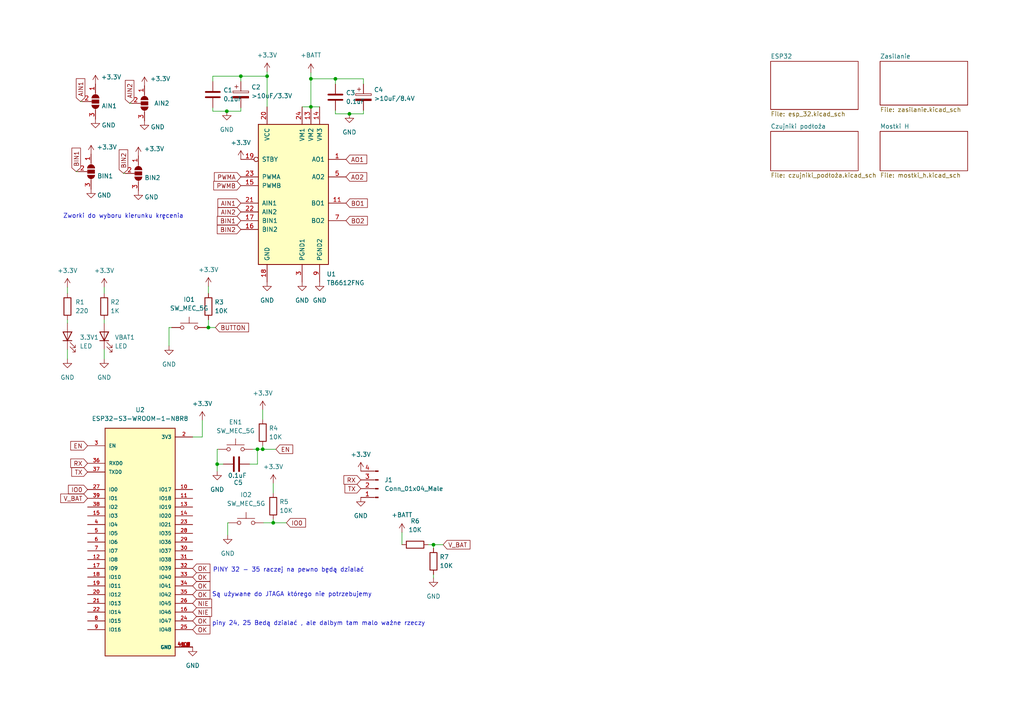
<source format=kicad_sch>
(kicad_sch (version 20230121) (generator eeschema)
  (paper "A4")
  (lib_symbols
    (symbol "Connector:Conn_01x04_Male" (pin_names (offset 1.016) hide)
      (property "Reference" "J" (at 0 5.08 0))
      (property "Value" "Conn_01x04_Male" (at 0 -7.62 0))
      (symbol "Conn_01x04_Male_1_1"
        (polyline (pts (xy 1.27 -5.08) (xy 0.8636 -5.08)) (stroke (width 0.1524)))
        (polyline (pts (xy 1.27 -2.54) (xy 0.8636 -2.54)) (stroke (width 0.1524)))
        (polyline (pts (xy 1.27 0) (xy 0.8636 0)) (stroke (width 0.1524)))
        (polyline (pts (xy 1.27 2.54) (xy 0.8636 2.54)) (stroke (width 0.1524)))
        (rectangle (start 0.8636 -4.953) (end 0 -5.207) (stroke (width 0.1524)) (fill (type outline)))
        (rectangle (start 0.8636 -2.413) (end 0 -2.667) (stroke (width 0.1524)) (fill (type outline)))
        (rectangle (start 0.8636 0.127) (end 0 -0.127) (stroke (width 0.1524)) (fill (type outline)))
        (rectangle (start 0.8636 2.667) (end 0 2.413) (stroke (width 0.1524)) (fill (type outline)))
        (pin passive line (at 5.08 2.54 180) (length 3.81) (name "Pin_1") (number "1"))
        (pin passive line (at 5.08 0 180) (length 3.81) (name "Pin_2") (number "2"))
        (pin passive line (at 5.08 -2.54 180) (length 3.81) (name "Pin_3") (number "3"))
        (pin passive line (at 5.08 -5.08 180) (length 3.81) (name "Pin_4") (number "4"))
      )
    )
    (symbol "Device:C" (pin_numbers hide) (pin_names (offset 0.254))
      (property "Reference" "C" (at 0.635 2.54 0))
      (property "Value" "C" (at 0.635 -2.54 0))
      (symbol "C_0_1"
        (polyline (pts (xy -2.032 -0.762) (xy 2.032 -0.762)) (stroke (width 0.508)))
        (polyline (pts (xy -2.032 0.762) (xy 2.032 0.762)) (stroke (width 0.508)))
      )
      (symbol "C_1_1"
        (pin passive line (at 0 3.81 270) (length 2.794) (name "~") (number "1"))
        (pin passive line (at 0 -3.81 90) (length 2.794) (name "~") (number "2"))
      )
    )
    (symbol "Device:C_Polarized" (pin_numbers hide) (pin_names (offset 0.254))
      (property "Reference" "C" (at 0.635 2.54 0))
      (property "Value" "C_Polarized" (at 0.635 -2.54 0))
      (symbol "C_Polarized_0_1"
        (rectangle (start -2.286 0.508) (end 2.286 1.016))
        (polyline (pts (xy -1.778 2.286) (xy -0.762 2.286)))
        (polyline (pts (xy -1.27 2.794) (xy -1.27 1.778)))
        (rectangle (start 2.286 -0.508) (end -2.286 -1.016) (fill (type outline)))
      )
      (symbol "C_Polarized_1_1"
        (pin passive line (at 0 3.81 270) (length 2.794) (name "~") (number "1"))
        (pin passive line (at 0 -3.81 90) (length 2.794) (name "~") (number "2"))
      )
    )
    (symbol "Device:LED" (pin_numbers hide) (pin_names (offset 1.016) hide)
      (property "Reference" "D" (at 0 2.54 0))
      (property "Value" "LED" (at 0 -2.54 0))
      (symbol "LED_0_1"
        (polyline (pts (xy -1.27 -1.27) (xy -1.27 1.27)) (stroke (width 0.254)))
        (polyline (pts (xy -1.27 0) (xy 1.27 0)))
        (polyline (pts (xy 1.27 -1.27) (xy 1.27 1.27) (xy -1.27 0) (xy 1.27 -1.27)) (stroke (width 0.254)))
        (polyline (pts (xy -3.048 -0.762) (xy -4.572 -2.286) (xy -3.81 -2.286) (xy -4.572 -2.286) (xy -4.572 -1.524)))
        (polyline (pts (xy -1.778 -0.762) (xy -3.302 -2.286) (xy -2.54 -2.286) (xy -3.302 -2.286) (xy -3.302 -1.524)))
      )
      (symbol "LED_1_1"
        (pin passive line (at -3.81 0 0) (length 2.54) (name "K") (number "1"))
        (pin passive line (at 3.81 0 180) (length 2.54) (name "A") (number "2"))
      )
    )
    (symbol "Device:R" (pin_numbers hide) (pin_names (offset 0))
      (property "Reference" "R" (at 2.032 0 90))
      (property "Value" "R" (at 0 0 90))
      (symbol "R_0_1"
        (rectangle (start -1.016 -2.54) (end 1.016 2.54) (stroke (width 0.254)))
      )
      (symbol "R_1_1"
        (pin passive line (at 0 3.81 270) (length 1.27) (name "~") (number "1"))
        (pin passive line (at 0 -3.81 90) (length 1.27) (name "~") (number "2"))
      )
    )
    (symbol "Driver_Motor:TB6612FNG" (pin_names (offset 1.016))
      (property "Reference" "U" (at 11.43 17.78 0))
      (property "Value" "TB6612FNG" (at 11.43 15.24 0))
      (symbol "TB6612FNG_0_1"
        (rectangle (start -10.16 20.32) (end 10.16 -20.32) (stroke (width 0.254)) (fill (type background)))
      )
      (symbol "TB6612FNG_1_1"
        (pin output line (at 15.24 10.16 180) (length 5.08) (name "AO1") (number "1"))
        (pin passive line (at 7.62 -25.4 90) (length 5.08) hide (name "PGND2") (number "10"))
        (pin output line (at 15.24 -2.54 180) (length 5.08) (name "BO1") (number "11"))
        (pin passive line (at 15.24 -2.54 180) (length 5.08) hide (name "BO1") (number "12"))
        (pin power_in line (at 5.08 25.4 270) (length 5.08) (name "VM2") (number "13"))
        (pin power_in line (at 7.62 25.4 270) (length 5.08) (name "VM3") (number "14"))
        (pin input line (at -15.24 2.54 0) (length 5.08) (name "PWMB") (number "15"))
        (pin input line (at -15.24 -10.16 0) (length 5.08) (name "BIN2") (number "16"))
        (pin input line (at -15.24 -7.62 0) (length 5.08) (name "BIN1") (number "17"))
        (pin power_in line (at -7.62 -25.4 90) (length 5.08) (name "GND") (number "18"))
        (pin input inverted (at -15.24 10.16 0) (length 5.08) (name "STBY") (number "19"))
        (pin passive line (at 15.24 10.16 180) (length 5.08) hide (name "AO1") (number "2"))
        (pin power_in line (at -7.62 25.4 270) (length 5.08) (name "VCC") (number "20"))
        (pin input line (at -15.24 -2.54 0) (length 5.08) (name "AIN1") (number "21"))
        (pin input line (at -15.24 -5.08 0) (length 5.08) (name "AIN2") (number "22"))
        (pin input line (at -15.24 5.08 0) (length 5.08) (name "PWMA") (number "23"))
        (pin power_in line (at 2.54 25.4 270) (length 5.08) (name "VM1") (number "24"))
        (pin power_in line (at 2.54 -25.4 90) (length 5.08) (name "PGND1") (number "3"))
        (pin passive line (at 2.54 -25.4 90) (length 5.08) hide (name "PGND1") (number "4"))
        (pin output line (at 15.24 5.08 180) (length 5.08) (name "AO2") (number "5"))
        (pin passive line (at 15.24 5.08 180) (length 5.08) hide (name "AO2") (number "6"))
        (pin output line (at 15.24 -7.62 180) (length 5.08) (name "BO2") (number "7"))
        (pin passive line (at 15.24 -7.62 180) (length 5.08) hide (name "BO2") (number "8"))
        (pin power_in line (at 7.62 -25.4 90) (length 5.08) (name "PGND2") (number "9"))
      )
    )
    (symbol "ESP32-S3-WROOM-1-N8R8:ESP32-S3-WROOM-1-N8R8" (pin_names (offset 1.016))
      (property "Reference" "U" (at -10.16 34.1122 0))
      (property "Value" "ESP32-S3-WROOM-1-N8R8" (at -10.16 -35.56 0))
      (symbol "ESP32-S3-WROOM-1-N8R8_0_0"
        (rectangle (start -10.16 -33.02) (end 10.16 33.02) (stroke (width 0.254)) (fill (type background)))
        (pin power_in line (at 15.24 -30.48 180) (length 5.08) (name "GND") (number "1"))
        (pin bidirectional line (at 15.24 15.24 180) (length 5.08) (name "IO17") (number "10"))
        (pin bidirectional line (at 15.24 12.7 180) (length 5.08) (name "IO18") (number "11"))
        (pin bidirectional line (at -15.24 -5.08 0) (length 5.08) (name "IO8") (number "12"))
        (pin bidirectional line (at 15.24 10.16 180) (length 5.08) (name "IO19") (number "13"))
        (pin bidirectional line (at 15.24 7.62 180) (length 5.08) (name "IO20") (number "14"))
        (pin bidirectional line (at -15.24 7.62 0) (length 5.08) (name "IO3") (number "15"))
        (pin bidirectional line (at 15.24 -20.32 180) (length 5.08) (name "IO46") (number "16"))
        (pin bidirectional line (at -15.24 -7.62 0) (length 5.08) (name "IO9") (number "17"))
        (pin bidirectional line (at -15.24 -10.16 0) (length 5.08) (name "IO10") (number "18"))
        (pin bidirectional line (at -15.24 -12.7 0) (length 5.08) (name "IO11") (number "19"))
        (pin power_in line (at 15.24 30.48 180) (length 5.08) (name "3V3") (number "2"))
        (pin bidirectional line (at -15.24 -15.24 0) (length 5.08) (name "IO12") (number "20"))
        (pin bidirectional line (at -15.24 -17.78 0) (length 5.08) (name "IO13") (number "21"))
        (pin bidirectional line (at -15.24 -20.32 0) (length 5.08) (name "IO14") (number "22"))
        (pin bidirectional line (at 15.24 5.08 180) (length 5.08) (name "IO21") (number "23"))
        (pin bidirectional line (at 15.24 -22.86 180) (length 5.08) (name "IO47") (number "24"))
        (pin bidirectional line (at 15.24 -25.4 180) (length 5.08) (name "IO48") (number "25"))
        (pin bidirectional line (at 15.24 -17.78 180) (length 5.08) (name "IO45") (number "26"))
        (pin bidirectional line (at -15.24 15.24 0) (length 5.08) (name "IO0") (number "27"))
        (pin bidirectional line (at 15.24 2.54 180) (length 5.08) (name "IO35") (number "28"))
        (pin bidirectional line (at 15.24 0 180) (length 5.08) (name "IO36") (number "29"))
        (pin input line (at -15.24 27.94 0) (length 5.08) (name "EN") (number "3"))
        (pin bidirectional line (at 15.24 -2.54 180) (length 5.08) (name "IO37") (number "30"))
        (pin bidirectional line (at 15.24 -5.08 180) (length 5.08) (name "IO38") (number "31"))
        (pin bidirectional line (at 15.24 -7.62 180) (length 5.08) (name "IO39") (number "32"))
        (pin bidirectional line (at 15.24 -10.16 180) (length 5.08) (name "IO40") (number "33"))
        (pin bidirectional line (at 15.24 -12.7 180) (length 5.08) (name "IO41") (number "34"))
        (pin bidirectional line (at 15.24 -15.24 180) (length 5.08) (name "IO42") (number "35"))
        (pin bidirectional line (at -15.24 22.86 0) (length 5.08) (name "RXD0") (number "36"))
        (pin bidirectional line (at -15.24 20.32 0) (length 5.08) (name "TXD0") (number "37"))
        (pin bidirectional line (at -15.24 10.16 0) (length 5.08) (name "IO2") (number "38"))
        (pin bidirectional line (at -15.24 12.7 0) (length 5.08) (name "IO1") (number "39"))
        (pin bidirectional line (at -15.24 5.08 0) (length 5.08) (name "IO4") (number "4"))
        (pin power_in line (at 15.24 -30.48 180) (length 5.08) (name "GND") (number "40"))
        (pin power_in line (at 15.24 -30.48 180) (length 5.08) (name "GND") (number "41_1"))
        (pin power_in line (at 15.24 -30.48 180) (length 5.08) (name "GND") (number "41_2"))
        (pin power_in line (at 15.24 -30.48 180) (length 5.08) (name "GND") (number "41_3"))
        (pin power_in line (at 15.24 -30.48 180) (length 5.08) (name "GND") (number "41_4"))
        (pin power_in line (at 15.24 -30.48 180) (length 5.08) (name "GND") (number "41_5"))
        (pin power_in line (at 15.24 -30.48 180) (length 5.08) (name "GND") (number "41_6"))
        (pin power_in line (at 15.24 -30.48 180) (length 5.08) (name "GND") (number "41_7"))
        (pin power_in line (at 15.24 -30.48 180) (length 5.08) (name "GND") (number "41_8"))
        (pin power_in line (at 15.24 -30.48 180) (length 5.08) (name "GND") (number "41_9"))
        (pin bidirectional line (at -15.24 2.54 0) (length 5.08) (name "IO5") (number "5"))
        (pin bidirectional line (at -15.24 0 0) (length 5.08) (name "IO6") (number "6"))
        (pin bidirectional line (at -15.24 -2.54 0) (length 5.08) (name "IO7") (number "7"))
        (pin bidirectional line (at -15.24 -22.86 0) (length 5.08) (name "IO15") (number "8"))
        (pin bidirectional line (at -15.24 -25.4 0) (length 5.08) (name "IO16") (number "9"))
      )
    )
    (symbol "Jumper:SolderJumper_3_Open" (pin_names (offset 0) hide)
      (property "Reference" "JP" (at -2.54 -2.54 0))
      (property "Value" "SolderJumper_3_Open" (at 0 2.794 0))
      (symbol "SolderJumper_3_Open_0_1"
        (arc (start -1.016 1.016) (mid -2.0276 0) (end -1.016 -1.016))
        (arc (start -1.016 1.016) (mid -2.0276 0) (end -1.016 -1.016) (fill (type outline)))
        (rectangle (start -0.508 1.016) (end 0.508 -1.016) (fill (type outline)))
        (polyline (pts (xy -2.54 0) (xy -2.032 0)))
        (polyline (pts (xy -1.016 1.016) (xy -1.016 -1.016)))
        (polyline (pts (xy 0 -1.27) (xy 0 -1.016)))
        (polyline (pts (xy 1.016 1.016) (xy 1.016 -1.016)))
        (polyline (pts (xy 2.54 0) (xy 2.032 0)))
        (arc (start 1.016 -1.016) (mid 2.0276 0) (end 1.016 1.016))
        (arc (start 1.016 -1.016) (mid 2.0276 0) (end 1.016 1.016) (fill (type outline)))
      )
      (symbol "SolderJumper_3_Open_1_1"
        (pin passive line (at -5.08 0 0) (length 2.54) (name "A") (number "1"))
        (pin passive line (at 0 -3.81 90) (length 2.54) (name "C") (number "2"))
        (pin passive line (at 5.08 0 180) (length 2.54) (name "B") (number "3"))
      )
    )
    (symbol "Switch:SW_MEC_5G" (pin_numbers hide) (pin_names (offset 1.016) hide)
      (property "Reference" "SW" (at 1.27 2.54 0))
      (property "Value" "SW_MEC_5G" (at 0 -1.524 0))
      (symbol "SW_MEC_5G_0_1"
        (circle (center -2.032 0) (radius 0.508))
        (polyline (pts (xy 0 1.27) (xy 0 3.048)))
        (polyline (pts (xy 2.54 1.27) (xy -2.54 1.27)))
        (circle (center 2.032 0) (radius 0.508))
        (pin passive line (at -5.08 0 0) (length 2.54) (name "A") (number "1"))
        (pin passive line (at 5.08 0 180) (length 2.54) (name "B") (number "3"))
      )
      (symbol "SW_MEC_5G_1_1"
        (pin passive line (at -5.08 0 0) (length 2.54) hide (name "A") (number "2"))
        (pin passive line (at 5.08 0 180) (length 2.54) hide (name "B") (number "4"))
      )
    )
    (symbol "power:+3.3V" (power) (pin_names (offset 0))
      (property "Value" "+3.3V" (at 0 3.556 0))
      (symbol "+3.3V_0_1"
        (polyline (pts (xy -0.762 1.27) (xy 0 2.54)))
        (polyline (pts (xy 0 0) (xy 0 2.54)))
        (polyline (pts (xy 0 2.54) (xy 0.762 1.27)))
      )
      (symbol "+3.3V_1_1"
        (pin power_in line (at 0 0 90) (length 0) hide (name "+3.3V") (number "1"))
      )
    )
    (symbol "power:+BATT" (power) (pin_names (offset 0))
      (property "Value" "+BATT" (at 0 3.556 0))
      (symbol "+BATT_0_1"
        (polyline (pts (xy -0.762 1.27) (xy 0 2.54)))
        (polyline (pts (xy 0 0) (xy 0 2.54)))
        (polyline (pts (xy 0 2.54) (xy 0.762 1.27)))
      )
      (symbol "+BATT_1_1"
        (pin power_in line (at 0 0 90) (length 0) hide (name "+BATT") (number "1"))
      )
    )
    (symbol "power:GND" (power) (pin_names (offset 0))
      (property "Value" "GND" (at 0 -3.81 0))
      (symbol "GND_0_1"
        (polyline (pts (xy 0 0) (xy 0 -1.27) (xy 1.27 -1.27) (xy 0 -2.54) (xy -1.27 -1.27) (xy 0 -1.27)))
      )
      (symbol "GND_1_1"
        (pin power_in line (at 0 0 270) (length 0) hide (name "GND") (number "1"))
      )
    )
  )
  (junction (at 74.676 130.302))
  (junction (at 69.85 22.098))
  (junction (at 62.992 134.62))
  (junction (at 79.248 151.638))
  (junction (at 90.17 22.86))
  (junction (at 125.73 157.988))
  (junction (at 101.346 33.02))
  (junction (at 76.2 130.302))
  (junction (at 65.786 32.258))
  (junction (at 90.17 30.988))
  (junction (at 97.282 22.86))
  (junction (at 77.47 22.098))
  (junction (at 60.452 94.996))
  (wire (pts (xy 69.85 32.258) (xy 65.786 32.258)))
  (wire (pts (xy 90.17 22.86) (xy 97.282 22.86)))
  (wire (pts (xy 61.722 22.098) (xy 61.722 23.622)))
  (wire (pts (xy 90.17 22.86) (xy 90.17 30.988)))
  (wire (pts (xy 62.992 136.652) (xy 62.992 134.62)))
  (wire (pts (xy 125.73 167.64) (xy 125.73 166.624)))
  (wire (pts (xy 76.2 121.666) (xy 76.2 118.872)))
  (wire (pts (xy 61.722 22.098) (xy 69.85 22.098)))
  (wire (pts (xy 30.226 83.312) (xy 30.226 85.09)))
  (wire (pts (xy 19.558 83.312) (xy 19.558 85.09)))
  (wire (pts (xy 90.17 21.082) (xy 90.17 22.86)))
  (wire (pts (xy 60.452 94.996) (xy 60.452 92.71)))
  (wire (pts (xy 55.88 126.746) (xy 58.674 126.746)))
  (wire (pts (xy 69.85 23.622) (xy 69.85 22.098)))
  (wire (pts (xy 76.2 130.302) (xy 76.2 129.286)))
  (wire (pts (xy 105.41 22.86) (xy 97.282 22.86)))
  (wire (pts (xy 74.676 130.302) (xy 76.2 130.302)))
  (wire (pts (xy 124.206 157.988) (xy 125.73 157.988)))
  (wire (pts (xy 58.674 126.746) (xy 58.674 121.92)))
  (wire (pts (xy 62.992 130.302) (xy 63.246 130.302)))
  (wire (pts (xy 37.592 29.972) (xy 38.1 29.972)))
  (wire (pts (xy 30.226 101.346) (xy 30.226 104.14)))
  (wire (pts (xy 66.04 151.638) (xy 66.294 151.638)))
  (wire (pts (xy 105.41 32.004) (xy 105.41 33.02)))
  (wire (pts (xy 97.282 32.004) (xy 97.282 33.02)))
  (wire (pts (xy 49.022 94.996) (xy 49.784 94.996)))
  (wire (pts (xy 59.944 94.996) (xy 60.452 94.996)))
  (wire (pts (xy 72.39 134.62) (xy 74.676 134.62)))
  (wire (pts (xy 77.47 20.828) (xy 77.47 22.098)))
  (wire (pts (xy 69.85 22.098) (xy 77.47 22.098)))
  (wire (pts (xy 76.2 130.302) (xy 80.01 130.302)))
  (wire (pts (xy 105.41 33.02) (xy 101.346 33.02)))
  (wire (pts (xy 19.558 92.71) (xy 19.558 93.726)))
  (wire (pts (xy 105.41 24.384) (xy 105.41 22.86)))
  (wire (pts (xy 30.226 92.71) (xy 30.226 93.726)))
  (wire (pts (xy 79.248 151.638) (xy 79.248 150.622)))
  (wire (pts (xy 66.04 155.194) (xy 66.04 151.638)))
  (wire (pts (xy 125.73 157.988) (xy 128.524 157.988)))
  (wire (pts (xy 61.722 31.242) (xy 61.722 32.258)))
  (wire (pts (xy 74.676 134.62) (xy 74.676 130.302)))
  (wire (pts (xy 79.248 151.638) (xy 83.058 151.638)))
  (wire (pts (xy 97.282 33.02) (xy 101.346 33.02)))
  (wire (pts (xy 62.992 134.62) (xy 62.992 130.302)))
  (wire (pts (xy 22.098 49.784) (xy 22.606 49.784)))
  (wire (pts (xy 35.814 50.292) (xy 36.322 50.292)))
  (wire (pts (xy 97.282 22.86) (xy 97.282 24.384)))
  (wire (pts (xy 87.63 30.988) (xy 90.17 30.988)))
  (wire (pts (xy 61.722 32.258) (xy 65.786 32.258)))
  (wire (pts (xy 23.368 29.464) (xy 23.876 29.464)))
  (wire (pts (xy 49.022 100.33) (xy 49.022 94.996)))
  (wire (pts (xy 62.992 134.62) (xy 64.77 134.62)))
  (wire (pts (xy 125.73 157.988) (xy 125.73 159.004)))
  (wire (pts (xy 60.452 94.996) (xy 62.484 94.996)))
  (wire (pts (xy 116.586 154.432) (xy 116.586 157.988)))
  (wire (pts (xy 69.85 31.242) (xy 69.85 32.258)))
  (wire (pts (xy 90.17 30.988) (xy 92.71 30.988)))
  (wire (pts (xy 60.452 83.058) (xy 60.452 85.09)))
  (wire (pts (xy 76.454 151.638) (xy 79.248 151.638)))
  (wire (pts (xy 19.558 101.346) (xy 19.558 104.14)))
  (wire (pts (xy 77.47 22.098) (xy 77.47 30.988)))
  (wire (pts (xy 79.248 143.002) (xy 79.248 140.208)))
  (wire (pts (xy 73.406 130.302) (xy 74.676 130.302)))
  (text "PINY 32 - 35 raczej na pewno będą dzialać" (at 61.722 166.116 0) (effects (font (size 1.27 1.27)) (justify left bottom)))
  (text "Są używane do JTAGA którego nie potrzebujemy" (at 61.468 173.228 0) (effects (font (size 1.27 1.27)) (justify left bottom)))
  (text "Zworki do wyboru kierunku kręcenia" (at 18.288 63.5 0) (effects (font (size 1.27 1.27)) (justify left bottom)))
  (text "piny 24, 25 Bedą dzialać , ale dalbym tam malo ważne rzeczy" (at 61.468 181.61 0) (effects (font (size 1.27 1.27)) (justify left bottom)))
  (global_label "NIE" (shape input) (at 55.88 177.546 0) (property "Intersheetrefs" "${INTERSHEET_REFS}" (effects hide)))
  (global_label "AO2" (shape input) (at 100.33 51.308 0) (property "Intersheetrefs" "${INTERSHEET_REFS}" (effects hide)))
  (global_label "TX" (shape input) (at 25.4 136.906 180) (property "Intersheetrefs" "${INTERSHEET_REFS}" (effects hide)))
  (global_label "RX" (shape input) (at 104.648 139.192 180) (property "Intersheetrefs" "${INTERSHEET_REFS}" (effects hide)))
  (global_label "OK" (shape input) (at 55.88 172.466 0) (property "Intersheetrefs" "${INTERSHEET_REFS}" (effects hide)))
  (global_label "OK" (shape input) (at 55.88 167.386 0) (property "Intersheetrefs" "${INTERSHEET_REFS}" (effects hide)))
  (global_label "PWMB" (shape input) (at 69.85 53.848 180) (property "Intersheetrefs" "${INTERSHEET_REFS}" (effects hide)))
  (global_label "BO1" (shape input) (at 100.33 58.928 0) (property "Intersheetrefs" "${INTERSHEET_REFS}" (effects hide)))
  (global_label "AIN2" (shape input) (at 69.85 61.468 180) (property "Intersheetrefs" "${INTERSHEET_REFS}" (effects hide)))
  (global_label "V_BAT" (shape input) (at 25.4 144.526 180) (property "Intersheetrefs" "${INTERSHEET_REFS}" (effects hide)))
  (global_label "BIN1" (shape input) (at 69.85 64.008 180) (property "Intersheetrefs" "${INTERSHEET_REFS}" (effects hide)))
  (global_label "OK" (shape input) (at 55.88 169.926 0) (property "Intersheetrefs" "${INTERSHEET_REFS}" (effects hide)))
  (global_label "IO0" (shape input) (at 83.058 151.638 0) (property "Intersheetrefs" "${INTERSHEET_REFS}" (effects hide)))
  (global_label "EN" (shape input) (at 25.4 129.286 180) (property "Intersheetrefs" "${INTERSHEET_REFS}" (effects hide)))
  (global_label "OK" (shape input) (at 55.88 164.846 0) (property "Intersheetrefs" "${INTERSHEET_REFS}" (effects hide)))
  (global_label "EN" (shape input) (at 80.01 130.302 0) (property "Intersheetrefs" "${INTERSHEET_REFS}" (effects hide)))
  (global_label "AO1" (shape input) (at 100.33 46.228 0) (property "Intersheetrefs" "${INTERSHEET_REFS}" (effects hide)))
  (global_label "BIN2" (shape input) (at 35.814 50.292 90) (property "Intersheetrefs" "${INTERSHEET_REFS}" (effects hide)))
  (global_label "IO0" (shape input) (at 25.4 141.986 180) (property "Intersheetrefs" "${INTERSHEET_REFS}" (effects hide)))
  (global_label "BIN1" (shape input) (at 22.098 49.784 90) (property "Intersheetrefs" "${INTERSHEET_REFS}" (effects hide)))
  (global_label "BO2" (shape input) (at 100.33 64.008 0) (property "Intersheetrefs" "${INTERSHEET_REFS}" (effects hide)))
  (global_label "BUTTON" (shape input) (at 62.484 94.996 0) (property "Intersheetrefs" "${INTERSHEET_REFS}" (effects hide)))
  (global_label "AIN1" (shape input) (at 69.85 58.928 180) (property "Intersheetrefs" "${INTERSHEET_REFS}" (effects hide)))
  (global_label "TX" (shape input) (at 104.648 141.732 180) (property "Intersheetrefs" "${INTERSHEET_REFS}" (effects hide)))
  (global_label "PWMA" (shape input) (at 69.85 51.308 180) (property "Intersheetrefs" "${INTERSHEET_REFS}" (effects hide)))
  (global_label "NIE" (shape input) (at 55.88 175.006 0) (property "Intersheetrefs" "${INTERSHEET_REFS}" (effects hide)))
  (global_label "OK" (shape input) (at 55.88 180.086 0) (property "Intersheetrefs" "${INTERSHEET_REFS}" (effects hide)))
  (global_label "BIN2" (shape input) (at 69.85 66.548 180) (property "Intersheetrefs" "${INTERSHEET_REFS}" (effects hide)))
  (global_label "RX" (shape input) (at 25.4 134.366 180) (property "Intersheetrefs" "${INTERSHEET_REFS}" (effects hide)))
  (global_label "V_BAT" (shape input) (at 128.524 157.988 0) (property "Intersheetrefs" "${INTERSHEET_REFS}" (effects hide)))
  (global_label "AIN1" (shape input) (at 23.368 29.464 90) (property "Intersheetrefs" "${INTERSHEET_REFS}" (effects hide)))
  (global_label "AIN2" (shape input) (at 37.592 29.972 90) (property "Intersheetrefs" "${INTERSHEET_REFS}" (effects hide)))
  (global_label "OK" (shape input) (at 55.88 182.626 0) (property "Intersheetrefs" "${INTERSHEET_REFS}" (effects hide)))
  (symbol (lib_id "power:GND") (at 26.416 54.864 0) (unit 1)
    (property "Reference" "#PWR012" (effects hide))
    (property "Value" "GND" (at 30.226 56.642 0))
  )
  (symbol (lib_id "power:GND") (at 62.992 136.652 0) (unit 1)
    (property "Reference" "#PWR025" (effects hide))
    (property "Value" "GND" (at 62.992 141.986 0))
  )
  (symbol (lib_id "Device:R") (at 125.73 162.814 0) (unit 1)
    (property "Reference" "R7" (at 127.508 161.5439 0) (effects (justify left)))
    (property "Value" "10K" (at 127.508 164.0839 0) (effects (justify left)))
    (property "Footprint" "Resistor_SMD:R_0603_1608Metric" (effects hide))
  )
  (symbol (lib_id "power:+BATT") (at 90.17 21.082 0) (unit 1)
    (property "Reference" "#PWR02" (effects hide))
    (property "Value" "+BATT" (at 90.17 16.002 0))
  )
  (symbol (lib_id "Device:R") (at 79.248 146.812 0) (unit 1)
    (property "Reference" "R5" (at 81.026 145.5419 0) (effects (justify left)))
    (property "Value" "10K" (at 81.026 148.0819 0) (effects (justify left)))
    (property "Footprint" "Resistor_SMD:R_0603_1608Metric" (effects hide))
  )
  (symbol (lib_id "power:GND") (at 87.63 81.788 0) (unit 1)
    (property "Reference" "#PWR015" (effects hide))
    (property "Value" "GND" (at 87.63 87.122 0))
  )
  (symbol (lib_id "Switch:SW_MEC_5G") (at 68.326 130.302 0) (unit 1)
    (property "Reference" "EN1" (at 68.326 122.428 0))
    (property "Value" "SW_MEC_5G" (at 68.326 124.968 0))
    (property "Datasheet" "http://www.apem.com/int/index.php?controller=attachment&id_attachment=488" (effects hide))
  )
  (symbol (lib_id "Device:R") (at 76.2 125.476 0) (unit 1)
    (property "Reference" "R4" (at 77.978 124.2059 0) (effects (justify left)))
    (property "Value" "10K" (at 77.978 126.7459 0) (effects (justify left)))
    (property "Footprint" "Resistor_SMD:R_0603_1608Metric" (effects hide))
  )
  (symbol (lib_id "Device:R") (at 60.452 88.9 0) (unit 1)
    (property "Reference" "R3" (at 62.23 87.6299 0) (effects (justify left)))
    (property "Value" "10K" (at 62.23 90.1699 0) (effects (justify left)))
    (property "Footprint" "Resistor_SMD:R_0603_1608Metric" (effects hide))
  )
  (symbol (lib_id "power:+3.3V") (at 77.47 20.828 0) (unit 1)
    (property "Reference" "#PWR01" (effects hide))
    (property "Value" "+3.3V" (at 77.47 16.002 0))
  )
  (symbol (lib_id "power:GND") (at 125.73 167.64 0) (unit 1)
    (property "Reference" "#PWR031" (effects hide))
    (property "Value" "GND" (at 125.73 172.974 0))
  )
  (symbol (lib_id "Jumper:SolderJumper_3_Open") (at 26.416 49.784 270) (unit 1)
    (property "Reference" "BIN1" (at 28.194 51.0541 90) (effects (justify left)))
    (property "Value" "SolderJumper_3_Open" (effects hide))
    (property "Footprint" "Jumper:SolderJumper-3_P1.3mm_Open_RoundedPad1.0x1.5mm" (effects hide))
  )
  (symbol (lib_id "power:GND") (at 30.226 104.14 0) (unit 1)
    (property "Reference" "#PWR022" (effects hide))
    (property "Value" "GND" (at 30.226 109.474 0))
  )
  (symbol (lib_id "power:+3.3V") (at 79.248 140.208 0) (unit 1)
    (property "Reference" "#PWR027" (effects hide))
    (property "Value" "+3.3V" (at 79.248 135.382 0))
  )
  (symbol (lib_id "Device:LED") (at 19.558 97.536 90) (unit 1)
    (property "Reference" "3.3V1" (at 23.114 97.8534 90) (effects (justify right)))
    (property "Value" "LED" (at 23.114 100.3934 90) (effects (justify right)))
    (property "Footprint" "LED_SMD:LED_0603_1608Metric" (effects hide))
  )
  (symbol (lib_id "Device:C") (at 68.58 134.62 90) (unit 1)
    (property "Reference" "C5" (at 69.088 139.954 90))
    (property "Value" "0.1uF" (at 68.834 137.922 90))
    (property "Footprint" "Capacitor_SMD:C_0603_1608Metric" (effects hide))
  )
  (symbol (lib_id "power:+3.3V") (at 58.674 121.92 0) (unit 1)
    (property "Reference" "#PWR024" (effects hide))
    (property "Value" "+3.3V" (at 58.674 117.094 0))
  )
  (symbol (lib_id "power:GND") (at 77.47 81.788 0) (unit 1)
    (property "Reference" "#PWR014" (effects hide))
    (property "Value" "GND" (at 77.47 87.122 0))
  )
  (symbol (lib_id "Device:R") (at 30.226 88.9 0) (unit 1)
    (property "Reference" "R2" (at 32.004 87.6299 0) (effects (justify left)))
    (property "Value" "1K" (at 32.004 90.1699 0) (effects (justify left)))
    (property "Footprint" "Resistor_SMD:R_0603_1608Metric" (effects hide))
  )
  (symbol (lib_id "Switch:SW_MEC_5G") (at 71.374 151.638 0) (unit 1)
    (property "Reference" "IO2" (at 71.374 143.51 0))
    (property "Value" "SW_MEC_5G" (at 71.374 146.05 0))
    (property "Datasheet" "http://www.apem.com/int/index.php?controller=attachment&id_attachment=488" (effects hide))
  )
  (symbol (lib_id "Jumper:SolderJumper_3_Open") (at 27.686 29.464 270) (unit 1)
    (property "Reference" "AIN1" (at 29.464 30.7341 90) (effects (justify left)))
    (property "Value" "SolderJumper_3_Open" (effects hide))
    (property "Footprint" "Jumper:SolderJumper-3_P1.3mm_Open_RoundedPad1.0x1.5mm" (effects hide))
  )
  (symbol (lib_id "power:GND") (at 55.88 187.706 0) (unit 1)
    (property "Reference" "#PWR032" (effects hide))
    (property "Value" "GND" (at 55.88 193.04 0))
  )
  (symbol (lib_id "power:+3.3V") (at 76.2 118.872 0) (unit 1)
    (property "Reference" "#PWR023" (effects hide))
    (property "Value" "+3.3V" (at 76.2 114.046 0))
  )
  (symbol (lib_id "power:+3.3V") (at 26.416 44.704 0) (unit 1)
    (property "Reference" "#PWR09" (effects hide))
    (property "Value" "+3.3V" (at 30.988 42.672 0))
  )
  (symbol (lib_id "power:+3.3V") (at 104.648 136.652 0) (unit 1)
    (property "Reference" "#PWR026" (effects hide))
    (property "Value" "+3.3V" (at 104.648 131.826 0))
  )
  (symbol (lib_id "power:GND") (at 27.686 34.544 0) (unit 1)
    (property "Reference" "#PWR07" (effects hide))
    (property "Value" "GND" (at 31.496 36.322 0))
  )
  (symbol (lib_id "Device:R") (at 19.558 88.9 0) (unit 1)
    (property "Reference" "R1" (at 21.844 87.6299 0) (effects (justify left)))
    (property "Value" "220" (at 21.844 90.1699 0) (effects (justify left)))
    (property "Footprint" "Resistor_SMD:R_0603_1608Metric" (effects hide))
  )
  (symbol (lib_id "power:+3.3V") (at 69.85 46.228 0) (unit 1)
    (property "Reference" "#PWR011" (effects hide))
    (property "Value" "+3.3V" (at 69.85 41.402 0))
  )
  (symbol (lib_id "Device:C_Polarized") (at 105.41 28.194 0) (unit 1)
    (property "Reference" "C4" (at 108.458 26.0349 0) (effects (justify left)))
    (property "Value" ">10uF/8.4V" (at 108.458 28.5749 0) (effects (justify left)))
    (property "Footprint" "Capacitor_Tantalum_SMD:CP_EIA-3528-21_Kemet-B" (effects hide))
  )
  (symbol (lib_id "Jumper:SolderJumper_3_Open") (at 40.132 50.292 270) (unit 1)
    (property "Reference" "BIN2" (at 41.91 51.5621 90) (effects (justify left)))
    (property "Value" "SolderJumper_3_Open" (effects hide))
    (property "Footprint" "Jumper:SolderJumper-3_P1.3mm_Open_RoundedPad1.0x1.5mm" (effects hide))
  )
  (symbol (lib_id "power:GND") (at 65.786 32.258 0) (unit 1)
    (property "Reference" "#PWR05" (effects hide))
    (property "Value" "GND" (at 65.786 37.592 0))
  )
  (symbol (lib_id "Driver_Motor:TB6612FNG") (at 85.09 56.388 0) (unit 1)
    (property "Reference" "U1" (at 94.7294 79.502 0) (effects (justify left)))
    (property "Value" "TB6612FNG" (at 94.7294 82.042 0) (effects (justify left)))
    (property "Footprint" "Package_SO:SSOP-24_5.3x8.2mm_P0.65mm" (effects hide))
    (property "Datasheet" "https://toshiba.semicon-storage.com/us/product/linear/motordriver/detail.TB6612FNG.html" (effects hide))
  )
  (symbol (lib_id "power:GND") (at 66.04 155.194 0) (unit 1)
    (property "Reference" "#PWR030" (effects hide))
    (property "Value" "GND" (at 66.04 160.528 0))
  )
  (symbol (lib_id "Switch:SW_MEC_5G") (at 54.864 94.996 0) (unit 1)
    (property "Reference" "IO1" (at 54.864 86.868 0))
    (property "Value" "SW_MEC_5G" (at 54.864 89.408 0))
    (property "Datasheet" "http://www.apem.com/int/index.php?controller=attachment&id_attachment=488" (effects hide))
  )
  (symbol (lib_id "power:GND") (at 101.346 33.02 0) (unit 1)
    (property "Reference" "#PWR06" (effects hide))
    (property "Value" "GND" (at 101.346 38.354 0))
  )
  (symbol (lib_id "Device:C") (at 97.282 28.194 0) (unit 1)
    (property "Reference" "C3" (at 100.33 26.9239 0) (effects (justify left)))
    (property "Value" "0.1uF" (at 100.33 29.4639 0) (effects (justify left)))
    (property "Footprint" "Capacitor_SMD:C_0603_1608Metric" (effects hide))
  )
  (symbol (lib_id "power:GND") (at 41.91 35.052 0) (unit 1)
    (property "Reference" "#PWR08" (effects hide))
    (property "Value" "GND" (at 45.72 36.83 0))
  )
  (symbol (lib_id "power:GND") (at 104.648 144.272 0) (unit 1)
    (property "Reference" "#PWR028" (effects hide))
    (property "Value" "GND" (at 104.648 149.606 0))
  )
  (symbol (lib_id "Device:C") (at 61.722 27.432 0) (unit 1)
    (property "Reference" "C1" (at 64.77 26.1619 0) (effects (justify left)))
    (property "Value" "0.1uF" (at 64.77 28.7019 0) (effects (justify left)))
    (property "Footprint" "Capacitor_SMD:C_0603_1608Metric" (effects hide))
  )
  (symbol (lib_id "power:GND") (at 92.71 81.788 0) (unit 1)
    (property "Reference" "#PWR016" (effects hide))
    (property "Value" "GND" (at 92.71 87.122 0))
  )
  (symbol (lib_id "power:+3.3V") (at 30.226 83.312 0) (unit 1)
    (property "Reference" "#PWR019" (effects hide))
    (property "Value" "+3.3V" (at 30.226 78.486 0))
  )
  (symbol (lib_id "Device:LED") (at 30.226 97.536 90) (unit 1)
    (property "Reference" "VBAT1" (at 33.274 97.8534 90) (effects (justify right)))
    (property "Value" "LED" (at 33.274 100.3934 90) (effects (justify right)))
    (property "Footprint" "LED_SMD:LED_0603_1608Metric" (effects hide))
  )
  (symbol (lib_id "power:GND") (at 40.132 55.372 0) (unit 1)
    (property "Reference" "#PWR013" (effects hide))
    (property "Value" "GND" (at 43.942 57.15 0))
  )
  (symbol (lib_id "power:+3.3V") (at 60.452 83.058 0) (unit 1)
    (property "Reference" "#PWR017" (effects hide))
    (property "Value" "+3.3V" (at 60.452 78.232 0))
  )
  (symbol (lib_id "power:+3.3V") (at 41.91 24.892 0) (unit 1)
    (property "Reference" "#PWR04" (effects hide))
    (property "Value" "+3.3V" (at 46.482 22.86 0))
  )
  (symbol (lib_id "Connector:Conn_01x04_Male") (at 109.728 141.732 180) (unit 1)
    (property "Reference" "J1" (at 111.506 139.1919 0) (effects (justify right)))
    (property "Value" "Conn_01x04_Male" (at 111.506 141.7319 0) (effects (justify right)))
    (property "Footprint" "Connector_PinHeader_2.54mm:PinHeader_1x04_P2.54mm_Vertical" (effects hide))
  )
  (symbol (lib_id "power:GND") (at 49.022 100.33 0) (unit 1)
    (property "Reference" "#PWR020" (effects hide))
    (property "Value" "GND" (at 49.022 105.664 0))
  )
  (symbol (lib_id "power:+3.3V") (at 19.558 83.312 0) (unit 1)
    (property "Reference" "#PWR018" (effects hide))
    (property "Value" "+3.3V" (at 19.558 78.486 0))
  )
  (symbol (lib_id "Device:R") (at 120.396 157.988 90) (unit 1)
    (property "Reference" "R6" (at 120.396 151.13 90))
    (property "Value" "10K" (at 120.396 153.67 90))
    (property "Footprint" "Resistor_SMD:R_0603_1608Metric" (effects hide))
  )
  (symbol (lib_id "power:+3.3V") (at 40.132 45.212 0) (unit 1)
    (property "Reference" "#PWR010" (effects hide))
    (property "Value" "+3.3V" (at 44.704 43.18 0))
  )
  (symbol (lib_id "power:+3.3V") (at 27.686 24.384 0) (unit 1)
    (property "Reference" "#PWR03" (effects hide))
    (property "Value" "+3.3V" (at 32.258 22.352 0))
  )
  (symbol (lib_id "power:+BATT") (at 116.586 154.432 0) (unit 1)
    (property "Reference" "#PWR029" (effects hide))
    (property "Value" "+BATT" (at 116.586 149.352 0))
  )
  (symbol (lib_id "power:GND") (at 19.558 104.14 0) (unit 1)
    (property "Reference" "#PWR021" (effects hide))
    (property "Value" "GND" (at 19.558 109.474 0))
  )
  (symbol (lib_id "Device:C_Polarized") (at 69.85 27.432 0) (unit 1)
    (property "Reference" "C2" (at 72.898 25.2729 0) (effects (justify left)))
    (property "Value" ">10uF/3.3V" (at 72.898 27.8129 0) (effects (justify left)))
    (property "Footprint" "Capacitor_Tantalum_SMD:CP_EIA-3528-21_Kemet-B" (effects hide))
  )
  (symbol (lib_id "Jumper:SolderJumper_3_Open") (at 41.91 29.972 270) (unit 1)
    (property "Reference" "AIN2" (at 44.704 29.9719 90) (effects (justify left)))
    (property "Value" "SolderJumper_3_Open" (effects hide))
    (property "Footprint" "Jumper:SolderJumper-3_P1.3mm_Open_RoundedPad1.0x1.5mm" (effects hide))
  )
  (symbol (lib_id "ESP32-S3-WROOM-1-N8R8:ESP32-S3-WROOM-1-N8R8") (at 40.64 157.226 0) (unit 1)
    (property "Reference" "U2" (at 40.64 118.872 0))
    (property "Value" "ESP32-S3-WROOM-1-N8R8" (at 40.64 121.412 0))
    (property "Footprint" "ESP32-S3-WROOM-1-N8R8:XCVR_ESP32S3WROOM1N8R8" (effects hide))
    (property "MF" "Espressif Systems" (effects hide))
    (property "DESCRIPTION" "Bluetooth, WiFi 802.11b/g/n, Bluetooth v5.0 Transceiver Module 2.4GHz PCB Trace Surface Mount" (effects hide))
    (property "PACKAGE" "SMD-41 Espressif Systems" (effects hide))
    (property "PRICE" "None" (effects hide))
    (property "Package" "NON STANDARD Espressif Systems" (effects hide))
    (property "Check_prices" "https://www.snapeda.com/parts/ESP32-S3-WROOM-1-N8R8/Espressif+Systems/view-part/?ref=eda" (effects hide))
    (property "Price" "None" (effects hide))
    (property "SnapEDA_Link" "https://www.snapeda.com/parts/ESP32-S3-WROOM-1-N8R8/Espressif+Systems/view-part/?ref=snap" (effects hide))
    (property "MP" "ESP32-S3-WROOM-1-N8R8" (effects hide))
    (property "Purchase-URL" "https://www.snapeda.com/api/url_track_click_mouser/?unipart_id=8936581&manufacturer=Espressif Systems&part_name=ESP32-S3-WROOM-1-N8R8&search_term=esp32 s3" (effects hide))
    (property "Description" "\nBluetooth, WiFi 802.11b/g/n, Bluetooth v5.0 Transceiver Module 2.4GHz PCB Trace Surface Mount\n" (effects hide))
    (property "Availability" "In Stock" (effects hide))
    (property "AVAILABILITY" "In Stock" (effects hide))
    (property "PURCHASE-URL" "https://pricing.snapeda.com/search/part/ESP32S3WROOM1N8R8/?ref=eda" (effects hide))
  )
  (sheet (at 255.27 38.1) (size 25.4 11.43) (stroke (width 0.1524))
    (property "Sheetname" "Mostki H" (at 255.27 37.3884 0) (effects (justify left bottom)))
    (property "Sheetfile" "mostki_h.kicad_sch" (at 255.27 50.1146 0) (effects (justify left top)))
  )
  (sheet (at 223.52 17.78) (size 25.4 13.97) (stroke (width 0.1524))
    (property "Sheetname" "ESP32" (at 223.52 17.0684 0) (effects (justify left bottom)))
    (property "Sheetfile" "esp_32.kicad_sch" (at 223.52 32.3346 0) (effects (justify left top)))
  )
  (sheet (at 223.52 38.1) (size 25.4 11.43) (stroke (width 0.1524))
    (property "Sheetname" "Czujniki podłoża" (at 223.52 37.3884 0) (effects (justify left bottom)))
    (property "Sheetfile" "czujniki_podłoża.kicad_sch" (at 223.52 50.1146 0) (effects (justify left top)))
  )
  (sheet (at 255.27 17.78) (size 25.4 12.7) (stroke (width 0.1524))
    (property "Sheetname" "Zasilanie" (at 255.27 17.0684 0) (effects (justify left bottom)))
    (property "Sheetfile" "zasilanie.kicad_sch" (at 255.27 31.0646 0) (effects (justify left top)))
  )
)
</source>
